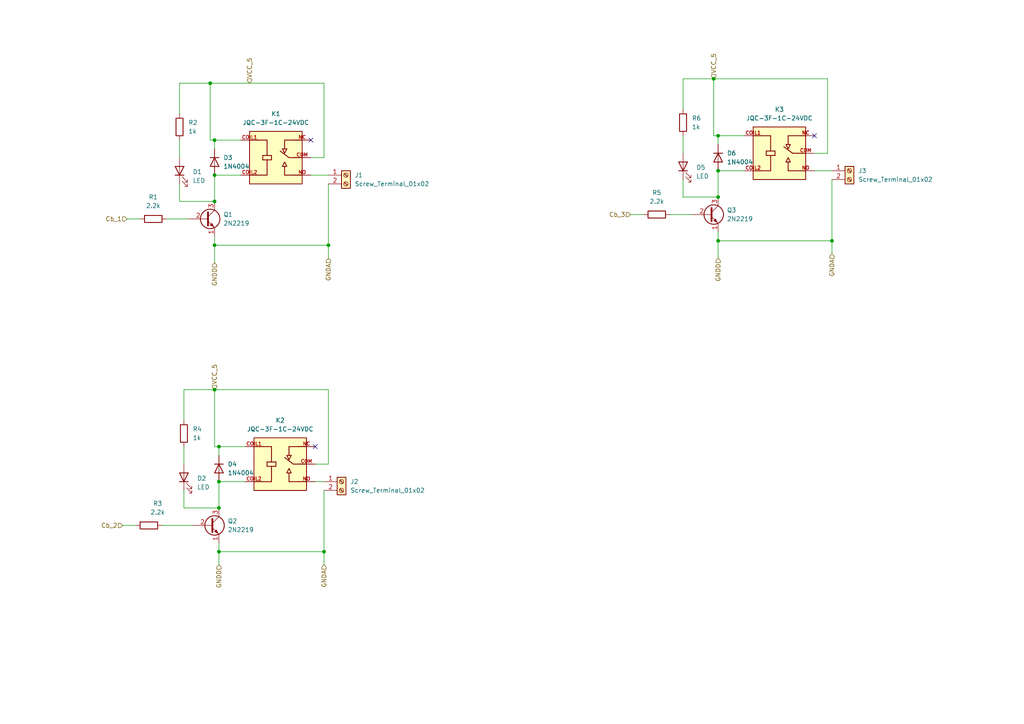
<source format=kicad_sch>
(kicad_sch (version 20211123) (generator eeschema)
  (paper "A4")
  (lib_symbols
    (symbol "Connector:Screw_Terminal_01x02" (pin_names (offset 1.016) hide)
      (property "Reference" "J" (at 0 2.54 0))
      (property "Value" "Screw_Terminal_01x02" (at 0 -5.08 0))
      (symbol "Screw_Terminal_01x02_1_1"
        (rectangle (start -1.27 1.27) (end 1.27 -3.81) (stroke (width 0.254)) (fill (type background)))
        (circle (center 0 -2.54) (radius 0.635) (stroke (width 0.1524)))
        (polyline (pts (xy -0.5334 -2.2098) (xy 0.3302 -3.048)) (stroke (width 0.1524)))
        (polyline (pts (xy -0.5334 0.3302) (xy 0.3302 -0.508)) (stroke (width 0.1524)))
        (polyline (pts (xy -0.3556 -2.032) (xy 0.508 -2.8702)) (stroke (width 0.1524)))
        (polyline (pts (xy -0.3556 0.508) (xy 0.508 -0.3302)) (stroke (width 0.1524)))
        (circle (center 0 0) (radius 0.635) (stroke (width 0.1524)))
        (pin passive line (at -5.08 0 0) (length 3.81) (name "Pin_1") (number "1"))
        (pin passive line (at -5.08 -2.54 0) (length 3.81) (name "Pin_2") (number "2"))
      )
    )
    (symbol "Device:LED" (pin_numbers hide) (pin_names (offset 1.016) hide)
      (property "Reference" "D" (at 0 2.54 0))
      (property "Value" "LED" (at 0 -2.54 0))
      (symbol "LED_0_1"
        (polyline (pts (xy -1.27 -1.27) (xy -1.27 1.27)) (stroke (width 0.254)))
        (polyline (pts (xy -1.27 0) (xy 1.27 0)))
        (polyline (pts (xy 1.27 -1.27) (xy 1.27 1.27) (xy -1.27 0) (xy 1.27 -1.27)) (stroke (width 0.254)))
        (polyline (pts (xy -3.048 -0.762) (xy -4.572 -2.286) (xy -3.81 -2.286) (xy -4.572 -2.286) (xy -4.572 -1.524)))
        (polyline (pts (xy -1.778 -0.762) (xy -3.302 -2.286) (xy -2.54 -2.286) (xy -3.302 -2.286) (xy -3.302 -1.524)))
      )
      (symbol "LED_1_1"
        (pin passive line (at -3.81 0 0) (length 2.54) (name "K") (number "1"))
        (pin passive line (at 3.81 0 180) (length 2.54) (name "A") (number "2"))
      )
    )
    (symbol "Device:R" (pin_numbers hide) (pin_names (offset 0))
      (property "Reference" "R" (at 2.032 0 90))
      (property "Value" "R" (at 0 0 90))
      (symbol "R_0_1"
        (rectangle (start -1.016 -2.54) (end 1.016 2.54) (stroke (width 0.254)))
      )
      (symbol "R_1_1"
        (pin passive line (at 0 3.81 270) (length 1.27) (name "~") (number "1"))
        (pin passive line (at 0 -3.81 90) (length 1.27) (name "~") (number "2"))
      )
    )
    (symbol "Diode:1N4004" (pin_numbers hide) (pin_names (offset 1.016) hide)
      (property "Reference" "D" (at 0 2.54 0))
      (property "Value" "1N4004" (at 0 -2.54 0))
      (symbol "1N4004_0_1"
        (polyline (pts (xy -1.27 1.27) (xy -1.27 -1.27)) (stroke (width 0.254)))
        (polyline (pts (xy 1.27 0) (xy -1.27 0)))
        (polyline (pts (xy 1.27 1.27) (xy 1.27 -1.27) (xy -1.27 0) (xy 1.27 1.27)) (stroke (width 0.254)))
      )
      (symbol "1N4004_1_1"
        (pin passive line (at -3.81 0 0) (length 2.54) (name "K") (number "1"))
        (pin passive line (at 3.81 0 180) (length 2.54) (name "A") (number "2"))
      )
    )
    (symbol "JQC-3F-1C-24VDC:JQC-3F-1C-24VDC" (pin_names (offset 1.016) hide)
      (property "Reference" "K" (at -7.62 8.89 0))
      (property "Value" "JQC-3F-1C-24VDC" (at -7.62 -10.16 0))
      (symbol "JQC-3F-1C-24VDC_0_0"
        (rectangle (start -7.62 -7.62) (end 7.62 7.62) (stroke (width 0.254)) (fill (type background)))
        (polyline (pts (xy -7.62 -5.08) (xy -2.54 -5.08)) (stroke (width 0.254)))
        (polyline (pts (xy -7.62 5.08) (xy -2.54 5.08)) (stroke (width 0.254)))
        (polyline (pts (xy -3.81 -0.635) (xy -3.81 0.635)) (stroke (width 0.254)))
        (polyline (pts (xy -3.81 0.635) (xy -2.54 0.635)) (stroke (width 0.254)))
        (polyline (pts (xy -2.54 -0.635) (xy -3.81 -0.635)) (stroke (width 0.254)))
        (polyline (pts (xy -2.54 -0.635) (xy -2.54 -5.08)) (stroke (width 0.254)))
        (polyline (pts (xy -2.54 0.635) (xy -1.27 0.635)) (stroke (width 0.254)))
        (polyline (pts (xy -2.54 5.08) (xy -2.54 0.635)) (stroke (width 0.254)))
        (polyline (pts (xy -1.27 -0.635) (xy -2.54 -0.635)) (stroke (width 0.254)))
        (polyline (pts (xy -1.27 0.635) (xy -1.27 -0.635)) (stroke (width 0.254)))
        (polyline (pts (xy 2.54 -5.08) (xy 2.54 -2.54)) (stroke (width 0.254)))
        (polyline (pts (xy 2.54 5.08) (xy 2.54 2.54)) (stroke (width 0.254)))
        (polyline (pts (xy 2.54 5.08) (xy 7.62 5.08)) (stroke (width 0.254)))
        (polyline (pts (xy 3.81 0) (xy 1.27 1.905)) (stroke (width 0.254)))
        (polyline (pts (xy 7.62 -5.08) (xy 2.54 -5.08)) (stroke (width 0.254)))
        (polyline (pts (xy 7.62 0) (xy 3.81 0)) (stroke (width 0.254)))
        (polyline (pts (xy 1.905 -2.54) (xy 3.175 -2.54) (xy 2.54 -1.27) (xy 1.905 -2.54)) (stroke (width 0.254)) (fill (type background)))
        (polyline (pts (xy 3.175 2.54) (xy 1.905 2.54) (xy 2.54 1.27) (xy 3.175 2.54)) (stroke (width 0.254)) (fill (type background)))
        (pin passive line (at -10.16 5.08 0) (length 5.08) (name "~") (number "COIL1"))
        (pin passive line (at -10.16 -5.08 0) (length 5.08) (name "~") (number "COIL2"))
        (pin passive line (at 10.16 0 180) (length 5.08) (name "~") (number "COM"))
        (pin passive line (at 10.16 5.08 180) (length 5.08) (name "~") (number "NC"))
        (pin passive line (at 10.16 -5.08 180) (length 5.08) (name "~") (number "NO"))
      )
    )
    (symbol "Transistor_BJT:2N2219" (pin_names (offset 0) hide)
      (property "Reference" "Q" (at 5.08 1.905 0))
      (property "Value" "2N2219" (at 5.08 0 0))
      (symbol "2N2219_0_1"
        (polyline (pts (xy 0.635 0.635) (xy 2.54 2.54)))
        (polyline (pts (xy 0.635 -0.635) (xy 2.54 -2.54) (xy 2.54 -2.54)))
        (polyline (pts (xy 0.635 1.905) (xy 0.635 -1.905) (xy 0.635 -1.905)) (stroke (width 0.508)))
        (polyline (pts (xy 1.27 -1.778) (xy 1.778 -1.27) (xy 2.286 -2.286) (xy 1.27 -1.778) (xy 1.27 -1.778)) (fill (type outline)))
        (circle (center 1.27 0) (radius 2.8194) (stroke (width 0.254)))
      )
      (symbol "2N2219_1_1"
        (pin passive line (at 2.54 -5.08 90) (length 2.54) (name "E") (number "1"))
        (pin passive line (at -5.08 0 0) (length 5.715) (name "B") (number "2"))
        (pin passive line (at 2.54 5.08 270) (length 2.54) (name "C") (number "3"))
      )
    )
  )
  (junction (at 63.5 129.54))
  (junction (at 62.23 113.03))
  (junction (at 241.3 69.85))
  (junction (at 62.23 40.64))
  (junction (at 208.28 49.53))
  (junction (at 208.28 39.37))
  (junction (at 207.01 22.86))
  (junction (at 93.98 160.02))
  (junction (at 63.5 139.7))
  (junction (at 95.25 71.12))
  (junction (at 208.28 69.85))
  (junction (at 63.5 160.02))
  (junction (at 62.23 50.8))
  (junction (at 62.23 58.42))
  (junction (at 62.23 71.12))
  (junction (at 63.5 147.32))
  (junction (at 60.96 24.13))
  (junction (at 208.28 57.15))
  (no_connect (at 91.44 129.54))
  (no_connect (at 236.22 39.37))
  (no_connect (at 90.17 40.64))
  (wire (pts (xy 62.23 68.58) (xy 62.23 71.12)))
  (wire (pts (xy 53.34 147.32) (xy 63.5 147.32)))
  (wire (pts (xy 198.12 22.86) (xy 207.01 22.86)))
  (wire (pts (xy 48.26 63.5) (xy 54.61 63.5)))
  (wire (pts (xy 207.01 22.86) (xy 240.03 22.86)))
  (wire (pts (xy 63.5 160.02) (xy 63.5 163.83)))
  (wire (pts (xy 63.5 139.7) (xy 71.12 139.7)))
  (wire (pts (xy 62.23 113.03) (xy 62.23 129.54)))
  (wire (pts (xy 208.28 39.37) (xy 215.9 39.37)))
  (wire (pts (xy 63.5 157.48) (xy 63.5 160.02)))
  (wire (pts (xy 236.22 49.53) (xy 241.3 49.53)))
  (wire (pts (xy 207.01 22.86) (xy 207.01 39.37)))
  (wire (pts (xy 52.07 24.13) (xy 60.96 24.13)))
  (wire (pts (xy 62.23 71.12) (xy 62.23 76.2)))
  (wire (pts (xy 60.96 40.64) (xy 62.23 40.64)))
  (wire (pts (xy 52.07 40.64) (xy 52.07 45.72)))
  (wire (pts (xy 60.96 24.13) (xy 60.96 40.64)))
  (wire (pts (xy 36.83 63.5) (xy 40.64 63.5)))
  (wire (pts (xy 53.34 142.24) (xy 53.34 147.32)))
  (wire (pts (xy 60.96 24.13) (xy 93.98 24.13)))
  (wire (pts (xy 208.28 69.85) (xy 208.28 74.93)))
  (wire (pts (xy 95.25 71.12) (xy 95.25 74.93)))
  (wire (pts (xy 62.23 50.8) (xy 62.23 58.42)))
  (wire (pts (xy 208.28 49.53) (xy 208.28 57.15)))
  (wire (pts (xy 90.17 50.8) (xy 95.25 50.8)))
  (wire (pts (xy 53.34 129.54) (xy 53.34 134.62)))
  (wire (pts (xy 63.5 129.54) (xy 71.12 129.54)))
  (wire (pts (xy 198.12 31.75) (xy 198.12 22.86)))
  (wire (pts (xy 62.23 71.12) (xy 95.25 71.12)))
  (wire (pts (xy 194.31 62.23) (xy 200.66 62.23)))
  (wire (pts (xy 90.17 45.72) (xy 93.98 45.72)))
  (wire (pts (xy 46.99 152.4) (xy 55.88 152.4)))
  (wire (pts (xy 208.28 69.85) (xy 241.3 69.85)))
  (wire (pts (xy 208.28 67.31) (xy 208.28 69.85)))
  (wire (pts (xy 35.56 152.4) (xy 39.37 152.4)))
  (wire (pts (xy 52.07 58.42) (xy 62.23 58.42)))
  (wire (pts (xy 62.23 43.18) (xy 62.23 40.64)))
  (wire (pts (xy 63.5 160.02) (xy 93.98 160.02)))
  (wire (pts (xy 95.25 53.34) (xy 95.25 71.12)))
  (wire (pts (xy 240.03 44.45) (xy 240.03 22.86)))
  (wire (pts (xy 91.44 134.62) (xy 95.25 134.62)))
  (wire (pts (xy 93.98 45.72) (xy 93.98 24.13)))
  (wire (pts (xy 208.28 49.53) (xy 215.9 49.53)))
  (wire (pts (xy 52.07 53.34) (xy 52.07 58.42)))
  (wire (pts (xy 241.3 52.07) (xy 241.3 69.85)))
  (wire (pts (xy 182.88 62.23) (xy 186.69 62.23)))
  (wire (pts (xy 63.5 139.7) (xy 63.5 147.32)))
  (wire (pts (xy 198.12 39.37) (xy 198.12 44.45)))
  (wire (pts (xy 93.98 160.02) (xy 93.98 163.83)))
  (wire (pts (xy 236.22 44.45) (xy 240.03 44.45)))
  (wire (pts (xy 91.44 139.7) (xy 93.98 139.7)))
  (wire (pts (xy 241.3 69.85) (xy 241.3 73.66)))
  (wire (pts (xy 62.23 129.54) (xy 63.5 129.54)))
  (wire (pts (xy 93.98 142.24) (xy 93.98 160.02)))
  (wire (pts (xy 198.12 57.15) (xy 208.28 57.15)))
  (wire (pts (xy 52.07 33.02) (xy 52.07 24.13)))
  (wire (pts (xy 62.23 50.8) (xy 69.85 50.8)))
  (wire (pts (xy 62.23 40.64) (xy 69.85 40.64)))
  (wire (pts (xy 207.01 39.37) (xy 208.28 39.37)))
  (wire (pts (xy 53.34 121.92) (xy 53.34 113.03)))
  (wire (pts (xy 198.12 52.07) (xy 198.12 57.15)))
  (wire (pts (xy 62.23 113.03) (xy 95.25 113.03)))
  (wire (pts (xy 53.34 113.03) (xy 62.23 113.03)))
  (wire (pts (xy 95.25 134.62) (xy 95.25 113.03)))
  (wire (pts (xy 208.28 41.91) (xy 208.28 39.37)))
  (wire (pts (xy 63.5 132.08) (xy 63.5 129.54)))
  (hierarchical_label "GNDA" (shape input) (at 93.98 163.83 270))
  (hierarchical_label "GNDD" (shape input) (at 62.23 76.2 270))
  (hierarchical_label "VCC_5" (shape input) (at 207.01 22.86 90))
  (hierarchical_label "Cb_1" (shape input) (at 36.83 63.5 180))
  (hierarchical_label "VCC_5" (shape input) (at 62.23 113.03 90))
  (hierarchical_label "GNDD" (shape input) (at 208.28 74.93 270))
  (hierarchical_label "VCC_5" (shape input) (at 72.39 24.13 90))
  (hierarchical_label "GNDA" (shape input) (at 95.25 74.93 270))
  (hierarchical_label "Cb_2" (shape input) (at 35.56 152.4 180))
  (hierarchical_label "GNDD" (shape input) (at 63.5 163.83 270))
  (hierarchical_label "GNDA" (shape input) (at 241.3 73.66 270))
  (hierarchical_label "Cb_3" (shape input) (at 182.88 62.23 180))
  (symbol (lib_id "Connector:Screw_Terminal_01x02") (at 246.38 49.53 0) (unit 1)
    (property "Reference" "J3" (at 248.92 49.5299 0) (effects (justify left)))
    (property "Value" "Screw_Terminal_01x02" (at 248.92 52.0699 0) (effects (justify left)))
    (property "Footprint" "TerminalBlock:TerminalBlock_Altech_AK300-2_P5.00mm" (effects hide))
  )
  (symbol (lib_id "JQC-3F-1C-24VDC:JQC-3F-1C-24VDC") (at 81.28 134.62 0) (unit 1)
    (property "Reference" "K2" (at 81.28 121.92 0))
    (property "Value" "JQC-3F-1C-24VDC" (at 81.28 124.46 0))
    (property "Footprint" "JQC-3F-1C:RELAY_JQC-3F-1C-24VDC" (effects hide))
    (property "MAXIMUM_PACKAGE_HEIGHT" "15.5 mm" (effects hide))
    (property "MANUFACTURER" "YUEQING HENGWEI ELECTRONICS CO.,LTD." (effects hide))
    (property "PARTREV" "N/A" (effects hide))
    (property "STANDARD" "Manufacturer Recommendations" (effects hide))
  )
  (symbol (lib_id "Diode:1N4004") (at 63.5 135.89 270) (unit 1)
    (property "Reference" "D4" (at 66.04 134.6199 90) (effects (justify left)))
    (property "Value" "1N4004" (at 66.04 137.1599 90) (effects (justify left)))
    (property "Footprint" "Diode_SMD:D_2512_6332Metric_Pad1.52x3.35mm_HandSolder" (effects hide))
    (property "Datasheet" "http://www.vishay.com/docs/88503/1n4001.pdf" (effects hide))
  )
  (symbol (lib_id "Device:R") (at 190.5 62.23 270) (unit 1)
    (property "Reference" "R5" (at 190.5 55.88 90))
    (property "Value" "2.2k" (at 190.5 58.42 90))
    (property "Footprint" "Resistor_SMD:R_0805_2012Metric_Pad1.20x1.40mm_HandSolder" (effects hide))
  )
  (symbol (lib_id "Device:R") (at 198.12 35.56 0) (unit 1)
    (property "Reference" "R6" (at 200.66 34.2899 0) (effects (justify left)))
    (property "Value" "1k" (at 200.66 36.8299 0) (effects (justify left)))
    (property "Footprint" "Resistor_SMD:R_0805_2012Metric_Pad1.20x1.40mm_HandSolder" (effects hide))
  )
  (symbol (lib_id "Diode:1N4004") (at 62.23 46.99 270) (unit 1)
    (property "Reference" "D3" (at 64.77 45.7199 90) (effects (justify left)))
    (property "Value" "1N4004" (at 64.77 48.2599 90) (effects (justify left)))
    (property "Footprint" "Diode_SMD:D_2512_6332Metric_Pad1.52x3.35mm_HandSolder" (effects hide))
    (property "Datasheet" "http://www.vishay.com/docs/88503/1n4001.pdf" (effects hide))
  )
  (symbol (lib_id "Connector:Screw_Terminal_01x02") (at 100.33 50.8 0) (unit 1)
    (property "Reference" "J1" (at 102.87 50.7999 0) (effects (justify left)))
    (property "Value" "Screw_Terminal_01x02" (at 102.87 53.3399 0) (effects (justify left)))
    (property "Footprint" "TerminalBlock:TerminalBlock_Altech_AK300-2_P5.00mm" (effects hide))
  )
  (symbol (lib_id "Device:LED") (at 53.34 138.43 90) (unit 1)
    (property "Reference" "D2" (at 57.15 138.7474 90) (effects (justify right)))
    (property "Value" "LED" (at 57.15 141.2874 90) (effects (justify right)))
    (property "Footprint" "LED_SMD:LED_0603_1608Metric_Pad1.05x0.95mm_HandSolder" (effects hide))
  )
  (symbol (lib_id "Transistor_BJT:2N2219") (at 60.96 152.4 0) (unit 1)
    (property "Reference" "Q2" (at 66.04 151.1299 0) (effects (justify left)))
    (property "Value" "2N2219" (at 66.04 153.6699 0) (effects (justify left)))
    (property "Footprint" "Package_TO_SOT_SMD:SOT-23" (effects hide))
    (property "Datasheet" "http://www.onsemi.com/pub_link/Collateral/2N2219-D.PDF" (effects hide))
  )
  (symbol (lib_id "Device:R") (at 53.34 125.73 0) (unit 1)
    (property "Reference" "R4" (at 55.88 124.4599 0) (effects (justify left)))
    (property "Value" "1k" (at 55.88 126.9999 0) (effects (justify left)))
    (property "Footprint" "Resistor_SMD:R_0805_2012Metric_Pad1.20x1.40mm_HandSolder" (effects hide))
  )
  (symbol (lib_id "Device:R") (at 52.07 36.83 0) (unit 1)
    (property "Reference" "R2" (at 54.61 35.5599 0) (effects (justify left)))
    (property "Value" "1k" (at 54.61 38.0999 0) (effects (justify left)))
    (property "Footprint" "Resistor_SMD:R_0805_2012Metric_Pad1.20x1.40mm_HandSolder" (effects hide))
  )
  (symbol (lib_id "Device:LED") (at 52.07 49.53 90) (unit 1)
    (property "Reference" "D1" (at 55.88 49.8474 90) (effects (justify right)))
    (property "Value" "LED" (at 55.88 52.3874 90) (effects (justify right)))
    (property "Footprint" "LED_SMD:LED_0603_1608Metric_Pad1.05x0.95mm_HandSolder" (effects hide))
  )
  (symbol (lib_id "Transistor_BJT:2N2219") (at 59.69 63.5 0) (unit 1)
    (property "Reference" "Q1" (at 64.77 62.2299 0) (effects (justify left)))
    (property "Value" "2N2219" (at 64.77 64.7699 0) (effects (justify left)))
    (property "Footprint" "Package_TO_SOT_SMD:SOT-23" (effects hide))
    (property "Datasheet" "http://www.onsemi.com/pub_link/Collateral/2N2219-D.PDF" (effects hide))
  )
  (symbol (lib_id "Device:R") (at 44.45 63.5 270) (unit 1)
    (property "Reference" "R1" (at 44.45 57.15 90))
    (property "Value" "2.2k" (at 44.45 59.69 90))
    (property "Footprint" "Resistor_SMD:R_0805_2012Metric_Pad1.20x1.40mm_HandSolder" (effects hide))
  )
  (symbol (lib_id "Transistor_BJT:2N2219") (at 205.74 62.23 0) (unit 1)
    (property "Reference" "Q3" (at 210.82 60.9599 0) (effects (justify left)))
    (property "Value" "2N2219" (at 210.82 63.4999 0) (effects (justify left)))
    (property "Footprint" "Package_TO_SOT_SMD:SOT-23" (effects hide))
    (property "Datasheet" "http://www.onsemi.com/pub_link/Collateral/2N2219-D.PDF" (effects hide))
  )
  (symbol (lib_id "Device:LED") (at 198.12 48.26 90) (unit 1)
    (property "Reference" "D5" (at 201.93 48.5774 90) (effects (justify right)))
    (property "Value" "LED" (at 201.93 51.1174 90) (effects (justify right)))
    (property "Footprint" "LED_SMD:LED_0603_1608Metric_Pad1.05x0.95mm_HandSolder" (effects hide))
  )
  (symbol (lib_id "Device:R") (at 43.18 152.4 270) (unit 1)
    (property "Reference" "R3" (at 45.72 146.05 90))
    (property "Value" "2.2k" (at 45.72 148.59 90))
    (property "Footprint" "Resistor_SMD:R_0805_2012Metric_Pad1.20x1.40mm_HandSolder" (effects hide))
  )
  (symbol (lib_id "Diode:1N4004") (at 208.28 45.72 270) (unit 1)
    (property "Reference" "D6" (at 210.82 44.4499 90) (effects (justify left)))
    (property "Value" "1N4004" (at 210.82 46.9899 90) (effects (justify left)))
    (property "Footprint" "Diode_SMD:D_2512_6332Metric_Pad1.52x3.35mm_HandSolder" (effects hide))
    (property "Datasheet" "http://www.vishay.com/docs/88503/1n4001.pdf" (effects hide))
  )
  (symbol (lib_id "JQC-3F-1C-24VDC:JQC-3F-1C-24VDC") (at 80.01 45.72 0) (unit 1)
    (property "Reference" "K1" (at 80.01 33.02 0))
    (property "Value" "JQC-3F-1C-24VDC" (at 80.01 35.56 0))
    (property "Footprint" "JQC-3F-1C:RELAY_JQC-3F-1C-24VDC" (effects hide))
    (property "MAXIMUM_PACKAGE_HEIGHT" "15.5 mm" (effects hide))
    (property "MANUFACTURER" "YUEQING HENGWEI ELECTRONICS CO.,LTD." (effects hide))
    (property "PARTREV" "N/A" (effects hide))
    (property "STANDARD" "Manufacturer Recommendations" (effects hide))
  )
  (symbol (lib_id "JQC-3F-1C-24VDC:JQC-3F-1C-24VDC") (at 226.06 44.45 0) (unit 1)
    (property "Reference" "K3" (at 226.06 31.75 0))
    (property "Value" "JQC-3F-1C-24VDC" (at 226.06 34.29 0))
    (property "Footprint" "JQC-3F-1C:RELAY_JQC-3F-1C-24VDC" (effects hide))
    (property "MAXIMUM_PACKAGE_HEIGHT" "15.5 mm" (effects hide))
    (property "MANUFACTURER" "YUEQING HENGWEI ELECTRONICS CO.,LTD." (effects hide))
    (property "PARTREV" "N/A" (effects hide))
    (property "STANDARD" "Manufacturer Recommendations" (effects hide))
  )
  (symbol (lib_id "Connector:Screw_Terminal_01x02") (at 99.06 139.7 0) (unit 1)
    (property "Reference" "J2" (at 101.6 139.6999 0) (effects (justify left)))
    (property "Value" "Screw_Terminal_01x02" (at 101.6 142.2399 0) (effects (justify left)))
    (property "Footprint" "TerminalBlock:TerminalBlock_Altech_AK300-2_P5.00mm" (effects hide))
  )
)
</source>
